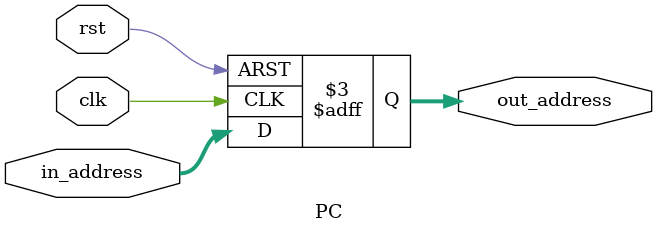
<source format=sv>
module PC
(
   input  logic [31:0] in_address,
   input  logic        clk,
   input  logic        rst,
   output logic [31:0] out_address
);

always_ff @(posedge clk or negedge rst) begin

   if (!rst) begin
      out_address <= 32'b0; 
   end 

   else begin
      out_address <= in_address; 
   end

end
endmodule
</source>
